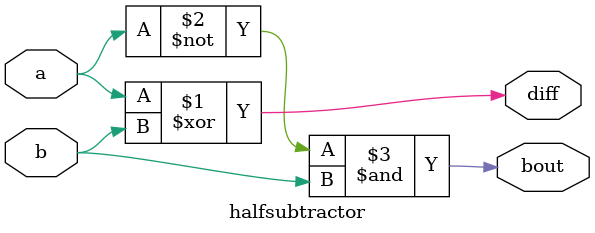
<source format=v>
module halfsubtractor(a,b,diff,bout);
	input a,b;
	output diff,bout;
	assign diff = a ^ b;
  	assign bout = ~a & b;
endmodule

</source>
